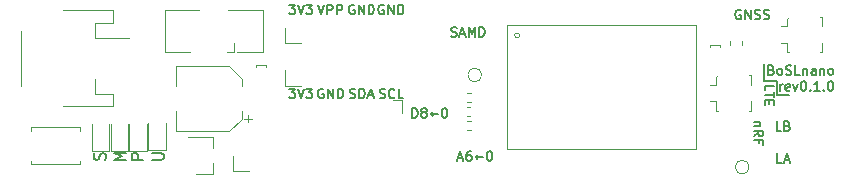
<source format=gto>
G04 #@! TF.GenerationSoftware,KiCad,Pcbnew,(5.1.9)-1*
G04 #@! TF.CreationDate,2021-02-01T18:23:16+11:00*
G04 #@! TF.ProjectId,BoSLnano,426f534c-6e61-46e6-9f2e-6b696361645f,0.4.2*
G04 #@! TF.SameCoordinates,Original*
G04 #@! TF.FileFunction,Legend,Top*
G04 #@! TF.FilePolarity,Positive*
%FSLAX46Y46*%
G04 Gerber Fmt 4.6, Leading zero omitted, Abs format (unit mm)*
G04 Created by KiCad (PCBNEW (5.1.9)-1) date 2021-02-01 18:23:16*
%MOMM*%
%LPD*%
G01*
G04 APERTURE LIST*
%ADD10C,0.150000*%
%ADD11C,0.120000*%
G04 APERTURE END LIST*
D10*
X164900000Y-107900000D02*
X165900000Y-107900000D01*
X164900000Y-106700000D02*
X164900000Y-107900000D01*
X164800000Y-106700000D02*
X164900000Y-106700000D01*
X163800000Y-106700000D02*
X164800000Y-106700000D01*
X163800000Y-105300000D02*
X163800000Y-106700000D01*
X164431071Y-105767857D02*
X164545357Y-105805952D01*
X164583452Y-105844047D01*
X164621547Y-105920238D01*
X164621547Y-106034523D01*
X164583452Y-106110714D01*
X164545357Y-106148809D01*
X164469166Y-106186904D01*
X164164404Y-106186904D01*
X164164404Y-105386904D01*
X164431071Y-105386904D01*
X164507261Y-105425000D01*
X164545357Y-105463095D01*
X164583452Y-105539285D01*
X164583452Y-105615476D01*
X164545357Y-105691666D01*
X164507261Y-105729761D01*
X164431071Y-105767857D01*
X164164404Y-105767857D01*
X165078690Y-106186904D02*
X165002500Y-106148809D01*
X164964404Y-106110714D01*
X164926309Y-106034523D01*
X164926309Y-105805952D01*
X164964404Y-105729761D01*
X165002500Y-105691666D01*
X165078690Y-105653571D01*
X165192976Y-105653571D01*
X165269166Y-105691666D01*
X165307261Y-105729761D01*
X165345357Y-105805952D01*
X165345357Y-106034523D01*
X165307261Y-106110714D01*
X165269166Y-106148809D01*
X165192976Y-106186904D01*
X165078690Y-106186904D01*
X165650119Y-106148809D02*
X165764404Y-106186904D01*
X165954880Y-106186904D01*
X166031071Y-106148809D01*
X166069166Y-106110714D01*
X166107261Y-106034523D01*
X166107261Y-105958333D01*
X166069166Y-105882142D01*
X166031071Y-105844047D01*
X165954880Y-105805952D01*
X165802500Y-105767857D01*
X165726309Y-105729761D01*
X165688214Y-105691666D01*
X165650119Y-105615476D01*
X165650119Y-105539285D01*
X165688214Y-105463095D01*
X165726309Y-105425000D01*
X165802500Y-105386904D01*
X165992976Y-105386904D01*
X166107261Y-105425000D01*
X166831071Y-106186904D02*
X166450119Y-106186904D01*
X166450119Y-105386904D01*
X167097738Y-105653571D02*
X167097738Y-106186904D01*
X167097738Y-105729761D02*
X167135833Y-105691666D01*
X167212023Y-105653571D01*
X167326309Y-105653571D01*
X167402500Y-105691666D01*
X167440595Y-105767857D01*
X167440595Y-106186904D01*
X168164404Y-106186904D02*
X168164404Y-105767857D01*
X168126309Y-105691666D01*
X168050119Y-105653571D01*
X167897738Y-105653571D01*
X167821547Y-105691666D01*
X168164404Y-106148809D02*
X168088214Y-106186904D01*
X167897738Y-106186904D01*
X167821547Y-106148809D01*
X167783452Y-106072619D01*
X167783452Y-105996428D01*
X167821547Y-105920238D01*
X167897738Y-105882142D01*
X168088214Y-105882142D01*
X168164404Y-105844047D01*
X168545357Y-105653571D02*
X168545357Y-106186904D01*
X168545357Y-105729761D02*
X168583452Y-105691666D01*
X168659642Y-105653571D01*
X168773928Y-105653571D01*
X168850119Y-105691666D01*
X168888214Y-105767857D01*
X168888214Y-106186904D01*
X169383452Y-106186904D02*
X169307261Y-106148809D01*
X169269166Y-106110714D01*
X169231071Y-106034523D01*
X169231071Y-105805952D01*
X169269166Y-105729761D01*
X169307261Y-105691666D01*
X169383452Y-105653571D01*
X169497738Y-105653571D01*
X169573928Y-105691666D01*
X169612023Y-105729761D01*
X169650119Y-105805952D01*
X169650119Y-106034523D01*
X169612023Y-106110714D01*
X169573928Y-106148809D01*
X169497738Y-106186904D01*
X169383452Y-106186904D01*
X165154880Y-107536904D02*
X165154880Y-107003571D01*
X165154880Y-107155952D02*
X165192976Y-107079761D01*
X165231071Y-107041666D01*
X165307261Y-107003571D01*
X165383452Y-107003571D01*
X165954880Y-107498809D02*
X165878690Y-107536904D01*
X165726309Y-107536904D01*
X165650119Y-107498809D01*
X165612023Y-107422619D01*
X165612023Y-107117857D01*
X165650119Y-107041666D01*
X165726309Y-107003571D01*
X165878690Y-107003571D01*
X165954880Y-107041666D01*
X165992976Y-107117857D01*
X165992976Y-107194047D01*
X165612023Y-107270238D01*
X166259642Y-107003571D02*
X166450119Y-107536904D01*
X166640595Y-107003571D01*
X167097738Y-106736904D02*
X167173928Y-106736904D01*
X167250119Y-106775000D01*
X167288214Y-106813095D01*
X167326309Y-106889285D01*
X167364404Y-107041666D01*
X167364404Y-107232142D01*
X167326309Y-107384523D01*
X167288214Y-107460714D01*
X167250119Y-107498809D01*
X167173928Y-107536904D01*
X167097738Y-107536904D01*
X167021547Y-107498809D01*
X166983452Y-107460714D01*
X166945357Y-107384523D01*
X166907261Y-107232142D01*
X166907261Y-107041666D01*
X166945357Y-106889285D01*
X166983452Y-106813095D01*
X167021547Y-106775000D01*
X167097738Y-106736904D01*
X167707261Y-107460714D02*
X167745357Y-107498809D01*
X167707261Y-107536904D01*
X167669166Y-107498809D01*
X167707261Y-107460714D01*
X167707261Y-107536904D01*
X168507261Y-107536904D02*
X168050119Y-107536904D01*
X168278690Y-107536904D02*
X168278690Y-106736904D01*
X168202500Y-106851190D01*
X168126309Y-106927380D01*
X168050119Y-106965476D01*
X168850119Y-107460714D02*
X168888214Y-107498809D01*
X168850119Y-107536904D01*
X168812023Y-107498809D01*
X168850119Y-107460714D01*
X168850119Y-107536904D01*
X169383452Y-106736904D02*
X169459642Y-106736904D01*
X169535833Y-106775000D01*
X169573928Y-106813095D01*
X169612023Y-106889285D01*
X169650119Y-107041666D01*
X169650119Y-107232142D01*
X169612023Y-107384523D01*
X169573928Y-107460714D01*
X169535833Y-107498809D01*
X169459642Y-107536904D01*
X169383452Y-107536904D01*
X169307261Y-107498809D01*
X169269166Y-107460714D01*
X169231071Y-107384523D01*
X169192976Y-107232142D01*
X169192976Y-107041666D01*
X169231071Y-106889285D01*
X169269166Y-106813095D01*
X169307261Y-106775000D01*
X169383452Y-106736904D01*
X163838095Y-107480952D02*
X163838095Y-107100000D01*
X164638095Y-107100000D01*
X164638095Y-107633333D02*
X164638095Y-108090476D01*
X163838095Y-107861904D02*
X164638095Y-107861904D01*
X164257142Y-108357142D02*
X164257142Y-108623809D01*
X163838095Y-108738095D02*
X163838095Y-108357142D01*
X164638095Y-108357142D01*
X164638095Y-108738095D01*
X161828571Y-100700000D02*
X161752380Y-100661904D01*
X161638095Y-100661904D01*
X161523809Y-100700000D01*
X161447619Y-100776190D01*
X161409523Y-100852380D01*
X161371428Y-101004761D01*
X161371428Y-101119047D01*
X161409523Y-101271428D01*
X161447619Y-101347619D01*
X161523809Y-101423809D01*
X161638095Y-101461904D01*
X161714285Y-101461904D01*
X161828571Y-101423809D01*
X161866666Y-101385714D01*
X161866666Y-101119047D01*
X161714285Y-101119047D01*
X162209523Y-101461904D02*
X162209523Y-100661904D01*
X162666666Y-101461904D01*
X162666666Y-100661904D01*
X163009523Y-101423809D02*
X163123809Y-101461904D01*
X163314285Y-101461904D01*
X163390476Y-101423809D01*
X163428571Y-101385714D01*
X163466666Y-101309523D01*
X163466666Y-101233333D01*
X163428571Y-101157142D01*
X163390476Y-101119047D01*
X163314285Y-101080952D01*
X163161904Y-101042857D01*
X163085714Y-101004761D01*
X163047619Y-100966666D01*
X163009523Y-100890476D01*
X163009523Y-100814285D01*
X163047619Y-100738095D01*
X163085714Y-100700000D01*
X163161904Y-100661904D01*
X163352380Y-100661904D01*
X163466666Y-100700000D01*
X163771428Y-101423809D02*
X163885714Y-101461904D01*
X164076190Y-101461904D01*
X164152380Y-101423809D01*
X164190476Y-101385714D01*
X164228571Y-101309523D01*
X164228571Y-101233333D01*
X164190476Y-101157142D01*
X164152380Y-101119047D01*
X164076190Y-101080952D01*
X163923809Y-101042857D01*
X163847619Y-101004761D01*
X163809523Y-100966666D01*
X163771428Y-100890476D01*
X163771428Y-100814285D01*
X163809523Y-100738095D01*
X163847619Y-100700000D01*
X163923809Y-100661904D01*
X164114285Y-100661904D01*
X164228571Y-100700000D01*
X165247619Y-110911904D02*
X164866666Y-110911904D01*
X164866666Y-110111904D01*
X165780952Y-110492857D02*
X165895238Y-110530952D01*
X165933333Y-110569047D01*
X165971428Y-110645238D01*
X165971428Y-110759523D01*
X165933333Y-110835714D01*
X165895238Y-110873809D01*
X165819047Y-110911904D01*
X165514285Y-110911904D01*
X165514285Y-110111904D01*
X165780952Y-110111904D01*
X165857142Y-110150000D01*
X165895238Y-110188095D01*
X165933333Y-110264285D01*
X165933333Y-110340476D01*
X165895238Y-110416666D01*
X165857142Y-110454761D01*
X165780952Y-110492857D01*
X165514285Y-110492857D01*
X165304761Y-113611904D02*
X164923809Y-113611904D01*
X164923809Y-112811904D01*
X165533333Y-113383333D02*
X165914285Y-113383333D01*
X165457142Y-113611904D02*
X165723809Y-112811904D01*
X165990476Y-113611904D01*
X163471428Y-110185714D02*
X162938095Y-110185714D01*
X163395238Y-110185714D02*
X163433333Y-110223809D01*
X163471428Y-110300000D01*
X163471428Y-110414285D01*
X163433333Y-110490476D01*
X163357142Y-110528571D01*
X162938095Y-110528571D01*
X162938095Y-111366666D02*
X163319047Y-111100000D01*
X162938095Y-110909523D02*
X163738095Y-110909523D01*
X163738095Y-111214285D01*
X163700000Y-111290476D01*
X163661904Y-111328571D01*
X163585714Y-111366666D01*
X163471428Y-111366666D01*
X163395238Y-111328571D01*
X163357142Y-111290476D01*
X163319047Y-111214285D01*
X163319047Y-110909523D01*
X163357142Y-111976190D02*
X163357142Y-111709523D01*
X162938095Y-111709523D02*
X163738095Y-111709523D01*
X163738095Y-112090476D01*
X137301428Y-102913809D02*
X137415714Y-102951904D01*
X137606190Y-102951904D01*
X137682380Y-102913809D01*
X137720476Y-102875714D01*
X137758571Y-102799523D01*
X137758571Y-102723333D01*
X137720476Y-102647142D01*
X137682380Y-102609047D01*
X137606190Y-102570952D01*
X137453809Y-102532857D01*
X137377619Y-102494761D01*
X137339523Y-102456666D01*
X137301428Y-102380476D01*
X137301428Y-102304285D01*
X137339523Y-102228095D01*
X137377619Y-102190000D01*
X137453809Y-102151904D01*
X137644285Y-102151904D01*
X137758571Y-102190000D01*
X138063333Y-102723333D02*
X138444285Y-102723333D01*
X137987142Y-102951904D02*
X138253809Y-102151904D01*
X138520476Y-102951904D01*
X138787142Y-102951904D02*
X138787142Y-102151904D01*
X139053809Y-102723333D01*
X139320476Y-102151904D01*
X139320476Y-102951904D01*
X139701428Y-102951904D02*
X139701428Y-102151904D01*
X139891904Y-102151904D01*
X140006190Y-102190000D01*
X140082380Y-102266190D01*
X140120476Y-102342380D01*
X140158571Y-102494761D01*
X140158571Y-102609047D01*
X140120476Y-102761428D01*
X140082380Y-102837619D01*
X140006190Y-102913809D01*
X139891904Y-102951904D01*
X139701428Y-102951904D01*
X131247619Y-108123809D02*
X131361904Y-108161904D01*
X131552380Y-108161904D01*
X131628571Y-108123809D01*
X131666666Y-108085714D01*
X131704761Y-108009523D01*
X131704761Y-107933333D01*
X131666666Y-107857142D01*
X131628571Y-107819047D01*
X131552380Y-107780952D01*
X131400000Y-107742857D01*
X131323809Y-107704761D01*
X131285714Y-107666666D01*
X131247619Y-107590476D01*
X131247619Y-107514285D01*
X131285714Y-107438095D01*
X131323809Y-107400000D01*
X131400000Y-107361904D01*
X131590476Y-107361904D01*
X131704761Y-107400000D01*
X132504761Y-108085714D02*
X132466666Y-108123809D01*
X132352380Y-108161904D01*
X132276190Y-108161904D01*
X132161904Y-108123809D01*
X132085714Y-108047619D01*
X132047619Y-107971428D01*
X132009523Y-107819047D01*
X132009523Y-107704761D01*
X132047619Y-107552380D01*
X132085714Y-107476190D01*
X132161904Y-107400000D01*
X132276190Y-107361904D01*
X132352380Y-107361904D01*
X132466666Y-107400000D01*
X132504761Y-107438095D01*
X133228571Y-108161904D02*
X132847619Y-108161904D01*
X132847619Y-107361904D01*
X128728571Y-108123809D02*
X128842857Y-108161904D01*
X129033333Y-108161904D01*
X129109523Y-108123809D01*
X129147619Y-108085714D01*
X129185714Y-108009523D01*
X129185714Y-107933333D01*
X129147619Y-107857142D01*
X129109523Y-107819047D01*
X129033333Y-107780952D01*
X128880952Y-107742857D01*
X128804761Y-107704761D01*
X128766666Y-107666666D01*
X128728571Y-107590476D01*
X128728571Y-107514285D01*
X128766666Y-107438095D01*
X128804761Y-107400000D01*
X128880952Y-107361904D01*
X129071428Y-107361904D01*
X129185714Y-107400000D01*
X129528571Y-108161904D02*
X129528571Y-107361904D01*
X129719047Y-107361904D01*
X129833333Y-107400000D01*
X129909523Y-107476190D01*
X129947619Y-107552380D01*
X129985714Y-107704761D01*
X129985714Y-107819047D01*
X129947619Y-107971428D01*
X129909523Y-108047619D01*
X129833333Y-108123809D01*
X129719047Y-108161904D01*
X129528571Y-108161904D01*
X130290476Y-107933333D02*
X130671428Y-107933333D01*
X130214285Y-108161904D02*
X130480952Y-107361904D01*
X130747619Y-108161904D01*
X126490476Y-107400000D02*
X126414285Y-107361904D01*
X126300000Y-107361904D01*
X126185714Y-107400000D01*
X126109523Y-107476190D01*
X126071428Y-107552380D01*
X126033333Y-107704761D01*
X126033333Y-107819047D01*
X126071428Y-107971428D01*
X126109523Y-108047619D01*
X126185714Y-108123809D01*
X126300000Y-108161904D01*
X126376190Y-108161904D01*
X126490476Y-108123809D01*
X126528571Y-108085714D01*
X126528571Y-107819047D01*
X126376190Y-107819047D01*
X126871428Y-108161904D02*
X126871428Y-107361904D01*
X127328571Y-108161904D01*
X127328571Y-107361904D01*
X127709523Y-108161904D02*
X127709523Y-107361904D01*
X127900000Y-107361904D01*
X128014285Y-107400000D01*
X128090476Y-107476190D01*
X128128571Y-107552380D01*
X128166666Y-107704761D01*
X128166666Y-107819047D01*
X128128571Y-107971428D01*
X128090476Y-108047619D01*
X128014285Y-108123809D01*
X127900000Y-108161904D01*
X127709523Y-108161904D01*
X123609523Y-107361904D02*
X124104761Y-107361904D01*
X123838095Y-107666666D01*
X123952380Y-107666666D01*
X124028571Y-107704761D01*
X124066666Y-107742857D01*
X124104761Y-107819047D01*
X124104761Y-108009523D01*
X124066666Y-108085714D01*
X124028571Y-108123809D01*
X123952380Y-108161904D01*
X123723809Y-108161904D01*
X123647619Y-108123809D01*
X123609523Y-108085714D01*
X124333333Y-107361904D02*
X124600000Y-108161904D01*
X124866666Y-107361904D01*
X125057142Y-107361904D02*
X125552380Y-107361904D01*
X125285714Y-107666666D01*
X125400000Y-107666666D01*
X125476190Y-107704761D01*
X125514285Y-107742857D01*
X125552380Y-107819047D01*
X125552380Y-108009523D01*
X125514285Y-108085714D01*
X125476190Y-108123809D01*
X125400000Y-108161904D01*
X125171428Y-108161904D01*
X125095238Y-108123809D01*
X125057142Y-108085714D01*
X123609523Y-100261904D02*
X124104761Y-100261904D01*
X123838095Y-100566666D01*
X123952380Y-100566666D01*
X124028571Y-100604761D01*
X124066666Y-100642857D01*
X124104761Y-100719047D01*
X124104761Y-100909523D01*
X124066666Y-100985714D01*
X124028571Y-101023809D01*
X123952380Y-101061904D01*
X123723809Y-101061904D01*
X123647619Y-101023809D01*
X123609523Y-100985714D01*
X124333333Y-100261904D02*
X124600000Y-101061904D01*
X124866666Y-100261904D01*
X125057142Y-100261904D02*
X125552380Y-100261904D01*
X125285714Y-100566666D01*
X125400000Y-100566666D01*
X125476190Y-100604761D01*
X125514285Y-100642857D01*
X125552380Y-100719047D01*
X125552380Y-100909523D01*
X125514285Y-100985714D01*
X125476190Y-101023809D01*
X125400000Y-101061904D01*
X125171428Y-101061904D01*
X125095238Y-101023809D01*
X125057142Y-100985714D01*
X126033333Y-100261904D02*
X126300000Y-101061904D01*
X126566666Y-100261904D01*
X126833333Y-101061904D02*
X126833333Y-100261904D01*
X127138095Y-100261904D01*
X127214285Y-100300000D01*
X127252380Y-100338095D01*
X127290476Y-100414285D01*
X127290476Y-100528571D01*
X127252380Y-100604761D01*
X127214285Y-100642857D01*
X127138095Y-100680952D01*
X126833333Y-100680952D01*
X127633333Y-101061904D02*
X127633333Y-100261904D01*
X127938095Y-100261904D01*
X128014285Y-100300000D01*
X128052380Y-100338095D01*
X128090476Y-100414285D01*
X128090476Y-100528571D01*
X128052380Y-100604761D01*
X128014285Y-100642857D01*
X127938095Y-100680952D01*
X127633333Y-100680952D01*
X129090476Y-100300000D02*
X129014285Y-100261904D01*
X128900000Y-100261904D01*
X128785714Y-100300000D01*
X128709523Y-100376190D01*
X128671428Y-100452380D01*
X128633333Y-100604761D01*
X128633333Y-100719047D01*
X128671428Y-100871428D01*
X128709523Y-100947619D01*
X128785714Y-101023809D01*
X128900000Y-101061904D01*
X128976190Y-101061904D01*
X129090476Y-101023809D01*
X129128571Y-100985714D01*
X129128571Y-100719047D01*
X128976190Y-100719047D01*
X129471428Y-101061904D02*
X129471428Y-100261904D01*
X129928571Y-101061904D01*
X129928571Y-100261904D01*
X130309523Y-101061904D02*
X130309523Y-100261904D01*
X130500000Y-100261904D01*
X130614285Y-100300000D01*
X130690476Y-100376190D01*
X130728571Y-100452380D01*
X130766666Y-100604761D01*
X130766666Y-100719047D01*
X130728571Y-100871428D01*
X130690476Y-100947619D01*
X130614285Y-101023809D01*
X130500000Y-101061904D01*
X130309523Y-101061904D01*
X131590476Y-100300000D02*
X131514285Y-100261904D01*
X131400000Y-100261904D01*
X131285714Y-100300000D01*
X131209523Y-100376190D01*
X131171428Y-100452380D01*
X131133333Y-100604761D01*
X131133333Y-100719047D01*
X131171428Y-100871428D01*
X131209523Y-100947619D01*
X131285714Y-101023809D01*
X131400000Y-101061904D01*
X131476190Y-101061904D01*
X131590476Y-101023809D01*
X131628571Y-100985714D01*
X131628571Y-100719047D01*
X131476190Y-100719047D01*
X131971428Y-101061904D02*
X131971428Y-100261904D01*
X132428571Y-101061904D01*
X132428571Y-100261904D01*
X132809523Y-101061904D02*
X132809523Y-100261904D01*
X133000000Y-100261904D01*
X133114285Y-100300000D01*
X133190476Y-100376190D01*
X133228571Y-100452380D01*
X133266666Y-100604761D01*
X133266666Y-100719047D01*
X133228571Y-100871428D01*
X133190476Y-100947619D01*
X133114285Y-101023809D01*
X133000000Y-101061904D01*
X132809523Y-101061904D01*
X137892380Y-113223333D02*
X138273333Y-113223333D01*
X137816190Y-113451904D02*
X138082857Y-112651904D01*
X138349523Y-113451904D01*
X138959047Y-112651904D02*
X138806666Y-112651904D01*
X138730476Y-112690000D01*
X138692380Y-112728095D01*
X138616190Y-112842380D01*
X138578095Y-112994761D01*
X138578095Y-113299523D01*
X138616190Y-113375714D01*
X138654285Y-113413809D01*
X138730476Y-113451904D01*
X138882857Y-113451904D01*
X138959047Y-113413809D01*
X138997142Y-113375714D01*
X139035238Y-113299523D01*
X139035238Y-113109047D01*
X138997142Y-113032857D01*
X138959047Y-112994761D01*
X138882857Y-112956666D01*
X138730476Y-112956666D01*
X138654285Y-112994761D01*
X138616190Y-113032857D01*
X138578095Y-113109047D01*
X139987619Y-113147142D02*
X139378095Y-113147142D01*
X139530476Y-113299523D02*
X139378095Y-113147142D01*
X139530476Y-112994761D01*
X140520952Y-112651904D02*
X140597142Y-112651904D01*
X140673333Y-112690000D01*
X140711428Y-112728095D01*
X140749523Y-112804285D01*
X140787619Y-112956666D01*
X140787619Y-113147142D01*
X140749523Y-113299523D01*
X140711428Y-113375714D01*
X140673333Y-113413809D01*
X140597142Y-113451904D01*
X140520952Y-113451904D01*
X140444761Y-113413809D01*
X140406666Y-113375714D01*
X140368571Y-113299523D01*
X140330476Y-113147142D01*
X140330476Y-112956666D01*
X140368571Y-112804285D01*
X140406666Y-112728095D01*
X140444761Y-112690000D01*
X140520952Y-112651904D01*
X134013333Y-109821904D02*
X134013333Y-109021904D01*
X134203809Y-109021904D01*
X134318095Y-109060000D01*
X134394285Y-109136190D01*
X134432380Y-109212380D01*
X134470476Y-109364761D01*
X134470476Y-109479047D01*
X134432380Y-109631428D01*
X134394285Y-109707619D01*
X134318095Y-109783809D01*
X134203809Y-109821904D01*
X134013333Y-109821904D01*
X134927619Y-109364761D02*
X134851428Y-109326666D01*
X134813333Y-109288571D01*
X134775238Y-109212380D01*
X134775238Y-109174285D01*
X134813333Y-109098095D01*
X134851428Y-109060000D01*
X134927619Y-109021904D01*
X135080000Y-109021904D01*
X135156190Y-109060000D01*
X135194285Y-109098095D01*
X135232380Y-109174285D01*
X135232380Y-109212380D01*
X135194285Y-109288571D01*
X135156190Y-109326666D01*
X135080000Y-109364761D01*
X134927619Y-109364761D01*
X134851428Y-109402857D01*
X134813333Y-109440952D01*
X134775238Y-109517142D01*
X134775238Y-109669523D01*
X134813333Y-109745714D01*
X134851428Y-109783809D01*
X134927619Y-109821904D01*
X135080000Y-109821904D01*
X135156190Y-109783809D01*
X135194285Y-109745714D01*
X135232380Y-109669523D01*
X135232380Y-109517142D01*
X135194285Y-109440952D01*
X135156190Y-109402857D01*
X135080000Y-109364761D01*
X136184761Y-109517142D02*
X135575238Y-109517142D01*
X135727619Y-109669523D02*
X135575238Y-109517142D01*
X135727619Y-109364761D01*
X136718095Y-109021904D02*
X136794285Y-109021904D01*
X136870476Y-109060000D01*
X136908571Y-109098095D01*
X136946666Y-109174285D01*
X136984761Y-109326666D01*
X136984761Y-109517142D01*
X136946666Y-109669523D01*
X136908571Y-109745714D01*
X136870476Y-109783809D01*
X136794285Y-109821904D01*
X136718095Y-109821904D01*
X136641904Y-109783809D01*
X136603809Y-109745714D01*
X136565714Y-109669523D01*
X136527619Y-109517142D01*
X136527619Y-109326666D01*
X136565714Y-109174285D01*
X136603809Y-109098095D01*
X136641904Y-109060000D01*
X136718095Y-109021904D01*
X108004761Y-113385714D02*
X108052380Y-113242857D01*
X108052380Y-113004761D01*
X108004761Y-112909523D01*
X107957142Y-112861904D01*
X107861904Y-112814285D01*
X107766666Y-112814285D01*
X107671428Y-112861904D01*
X107623809Y-112909523D01*
X107576190Y-113004761D01*
X107528571Y-113195238D01*
X107480952Y-113290476D01*
X107433333Y-113338095D01*
X107338095Y-113385714D01*
X107242857Y-113385714D01*
X107147619Y-113338095D01*
X107100000Y-113290476D01*
X107052380Y-113195238D01*
X107052380Y-112957142D01*
X107100000Y-112814285D01*
X109752380Y-113433333D02*
X108752380Y-113433333D01*
X109466666Y-113100000D01*
X108752380Y-112766666D01*
X109752380Y-112766666D01*
X111252380Y-113361904D02*
X110252380Y-113361904D01*
X110252380Y-112980952D01*
X110300000Y-112885714D01*
X110347619Y-112838095D01*
X110442857Y-112790476D01*
X110585714Y-112790476D01*
X110680952Y-112838095D01*
X110728571Y-112885714D01*
X110776190Y-112980952D01*
X110776190Y-113361904D01*
X111952380Y-113385714D02*
X112761904Y-113385714D01*
X112857142Y-113338095D01*
X112904761Y-113290476D01*
X112952380Y-113195238D01*
X112952380Y-113004761D01*
X112904761Y-112909523D01*
X112857142Y-112861904D01*
X112761904Y-112814285D01*
X111952380Y-112814285D01*
D11*
X115200000Y-104225000D02*
X113050000Y-104225000D01*
X113050000Y-100675000D02*
X115950000Y-100675000D01*
X121350000Y-104225000D02*
X121350000Y-100675000D01*
X121350000Y-100675000D02*
X118450000Y-100675000D01*
X113050000Y-104225000D02*
X113050000Y-100675000D01*
X119200000Y-104225000D02*
X121350000Y-104225000D01*
X118900000Y-104225000D02*
X118300000Y-104225000D01*
X118900000Y-103475000D02*
X118900000Y-104225000D01*
X133120000Y-108280000D02*
X133120000Y-109390000D01*
X132360000Y-108280000D02*
X133120000Y-108280000D01*
X118875500Y-114360000D02*
X118875500Y-113030000D01*
X120205500Y-114360000D02*
X118875500Y-114360000D01*
X123270000Y-107130000D02*
X123270000Y-105800000D01*
X124600000Y-107130000D02*
X123270000Y-107130000D01*
X124600000Y-103530000D02*
X123270000Y-103530000D01*
X123270000Y-103530000D02*
X123270000Y-102200000D01*
X138953641Y-110120000D02*
X138646359Y-110120000D01*
X138953641Y-110880000D02*
X138646359Y-110880000D01*
X138646359Y-108480000D02*
X138953641Y-108480000D01*
X138646359Y-107720000D02*
X138953641Y-107720000D01*
X113135000Y-112582500D02*
X113135000Y-110297500D01*
X111665000Y-112582500D02*
X113135000Y-112582500D01*
X111665000Y-110297500D02*
X111665000Y-112582500D01*
X138672164Y-109660000D02*
X138887836Y-109660000D01*
X138672164Y-108940000D02*
X138887836Y-108940000D01*
X139884752Y-106200000D02*
G75*
G03*
X139884752Y-106200000I-584752J0D01*
G01*
X143100000Y-102850000D02*
G75*
G03*
X143100000Y-102850000I-212132J0D01*
G01*
X142000000Y-112450000D02*
X142000000Y-101950000D01*
X158000000Y-112450000D02*
X142000000Y-112450000D01*
X158000000Y-101950000D02*
X158000000Y-112450000D01*
X142000000Y-101950000D02*
X158000000Y-101950000D01*
X100890000Y-102460000D02*
X100890000Y-107140000D01*
X107110000Y-107840000D02*
X107110000Y-106560000D01*
X108710000Y-107840000D02*
X107110000Y-107840000D01*
X108710000Y-108860000D02*
X108710000Y-107840000D01*
X104460000Y-108860000D02*
X108710000Y-108860000D01*
X107110000Y-103040000D02*
X110000000Y-103040000D01*
X107110000Y-101760000D02*
X107110000Y-103040000D01*
X108710000Y-101760000D02*
X107110000Y-101760000D01*
X108710000Y-100740000D02*
X108710000Y-101760000D01*
X104460000Y-100740000D02*
X108710000Y-100740000D01*
X162534752Y-114000000D02*
G75*
G03*
X162534752Y-114000000I-584752J0D01*
G01*
X160050000Y-103700000D02*
X160050000Y-103800000D01*
X159250000Y-103700000D02*
X160050000Y-103700000D01*
X159250000Y-103800000D02*
X159250000Y-103700000D01*
X117160000Y-114580000D02*
X115700000Y-114580000D01*
X117160000Y-111420000D02*
X115000000Y-111420000D01*
X117160000Y-111420000D02*
X117160000Y-112350000D01*
X117160000Y-114580000D02*
X117160000Y-113650000D01*
X105870000Y-110630000D02*
X105870000Y-110930000D01*
X101730000Y-113770000D02*
X101730000Y-113470000D01*
X101730000Y-110930000D02*
X101730000Y-110630000D01*
X105870000Y-113770000D02*
X101730000Y-113770000D01*
X105870000Y-113470000D02*
X105870000Y-113770000D01*
X101730000Y-110630000D02*
X105870000Y-110630000D01*
X160940000Y-103299721D02*
X160940000Y-103625279D01*
X161960000Y-103299721D02*
X161960000Y-103625279D01*
X109935000Y-112597500D02*
X109935000Y-110312500D01*
X108465000Y-112597500D02*
X109935000Y-112597500D01*
X108465000Y-110312500D02*
X108465000Y-112597500D01*
X108335000Y-112597500D02*
X108335000Y-110312500D01*
X106865000Y-112597500D02*
X108335000Y-112597500D01*
X106865000Y-110312500D02*
X106865000Y-112597500D01*
X111535000Y-112597500D02*
X111535000Y-110312500D01*
X110065000Y-112597500D02*
X111535000Y-112597500D01*
X110065000Y-110312500D02*
X110065000Y-112597500D01*
X121600000Y-105325000D02*
X121600000Y-105525000D01*
X120800000Y-105325000D02*
X120800000Y-105525000D01*
X121600000Y-105325000D02*
X120800000Y-105325000D01*
X120112500Y-110197500D02*
X120112500Y-109572500D01*
X120425000Y-109885000D02*
X119800000Y-109885000D01*
X119560000Y-106504437D02*
X118495563Y-105440000D01*
X119560000Y-109895563D02*
X118495563Y-110960000D01*
X119560000Y-109895563D02*
X119560000Y-109260000D01*
X119560000Y-106504437D02*
X119560000Y-107140000D01*
X118495563Y-105440000D02*
X114040000Y-105440000D01*
X118495563Y-110960000D02*
X114040000Y-110960000D01*
X114040000Y-110960000D02*
X114040000Y-109260000D01*
X114040000Y-105440000D02*
X114040000Y-107140000D01*
X168700000Y-101250000D02*
X168700000Y-102050000D01*
X168500000Y-101250000D02*
X168700000Y-101250000D01*
X168700000Y-104250000D02*
X168500000Y-104250000D01*
X168700000Y-103450000D02*
X168700000Y-104250000D01*
X165700000Y-104250000D02*
X165700000Y-103450000D01*
X165900000Y-104250000D02*
X165700000Y-104250000D01*
X165700000Y-101450000D02*
X165900000Y-101250000D01*
X165700000Y-102050000D02*
X165700000Y-101450000D01*
X165700000Y-102050000D02*
X165200000Y-102050000D01*
X165700000Y-103450000D02*
X165200000Y-103450000D01*
X162700000Y-106210000D02*
X162700000Y-107010000D01*
X162500000Y-106210000D02*
X162700000Y-106210000D01*
X162700000Y-109210000D02*
X162500000Y-109210000D01*
X162700000Y-108410000D02*
X162700000Y-109210000D01*
X159700000Y-109210000D02*
X159700000Y-108410000D01*
X159900000Y-109210000D02*
X159700000Y-109210000D01*
X159700000Y-106410000D02*
X159900000Y-106210000D01*
X159700000Y-107010000D02*
X159700000Y-106410000D01*
X159700000Y-107010000D02*
X159200000Y-107010000D01*
X159700000Y-108410000D02*
X159200000Y-108410000D01*
M02*

</source>
